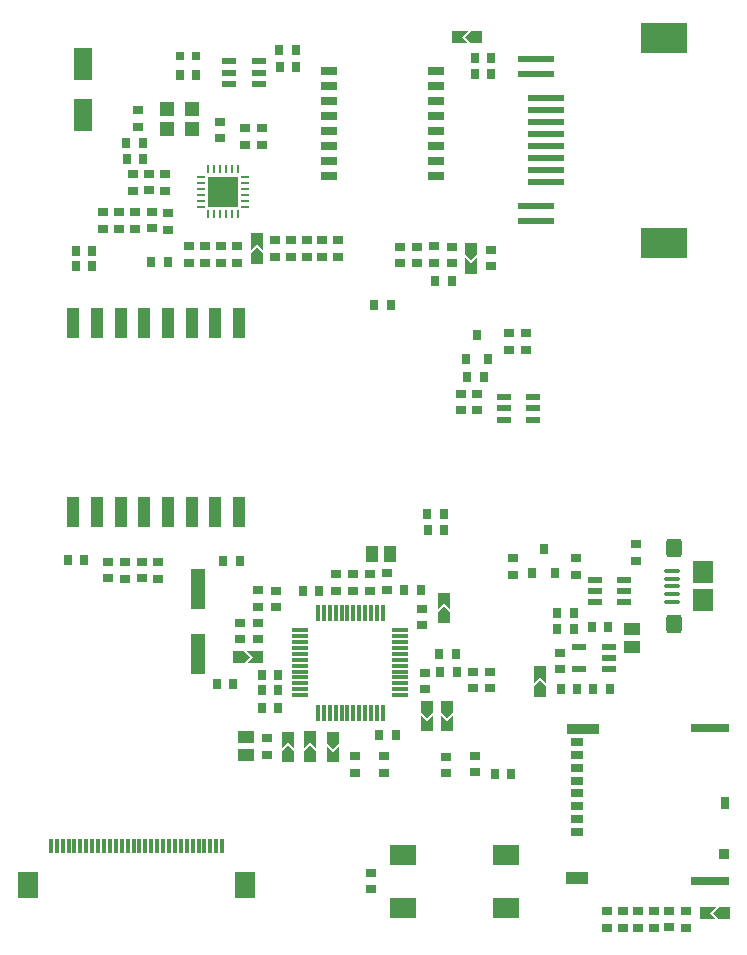
<source format=gtp>
G04*
G04 #@! TF.GenerationSoftware,Altium Limited,Altium Designer,20.1.11 (218)*
G04*
G04 Layer_Color=8421504*
%FSLAX24Y24*%
%MOIN*%
G70*
G04*
G04 #@! TF.SameCoordinates,FE305F3D-5073-4B85-8CB4-D00664FC1F7A*
G04*
G04*
G04 #@! TF.FilePolarity,Positive*
G04*
G01*
G75*
%ADD14R,0.0354X0.0315*%
%ADD15R,0.0472X0.0236*%
%ADD16R,0.0300X0.0300*%
%ADD17R,0.0512X0.0512*%
%ADD18R,0.0630X0.1102*%
%ADD19R,0.0315X0.0354*%
%ADD20R,0.0400X0.0320*%
%ADD21R,0.0320X0.0400*%
%ADD22R,0.0315X0.0354*%
%ADD23R,0.0551X0.0433*%
%ADD24R,0.0453X0.0236*%
%ADD25R,0.0906X0.0709*%
%ADD26R,0.1535X0.0984*%
%ADD27R,0.1201X0.0240*%
%ADD28R,0.0433X0.1024*%
%ADD29R,0.0551X0.0252*%
%ADD30R,0.0433X0.0551*%
%ADD31R,0.0472X0.1378*%
%ADD32R,0.0581X0.0118*%
%ADD33R,0.0118X0.0581*%
%ADD34R,0.0433X0.0276*%
%ADD35R,0.0720X0.0449*%
%ADD36R,0.1102X0.0339*%
%ADD37R,0.1311X0.0276*%
%ADD38R,0.0366X0.0354*%
%ADD39R,0.0307X0.0413*%
%ADD40R,0.0118X0.0512*%
%ADD41R,0.0709X0.0866*%
%ADD42R,0.0272X0.0110*%
%ADD43R,0.0984X0.0984*%
%ADD44R,0.0110X0.0272*%
%ADD45O,0.0531X0.0157*%
%ADD46R,0.0709X0.0748*%
G04:AMPARAMS|DCode=47|XSize=63mil|YSize=55.1mil|CornerRadius=13.8mil|HoleSize=0mil|Usage=FLASHONLY|Rotation=270.000|XOffset=0mil|YOffset=0mil|HoleType=Round|Shape=RoundedRectangle|*
%AMROUNDEDRECTD47*
21,1,0.0630,0.0276,0,0,270.0*
21,1,0.0354,0.0551,0,0,270.0*
1,1,0.0276,-0.0138,-0.0177*
1,1,0.0276,-0.0138,0.0177*
1,1,0.0276,0.0138,0.0177*
1,1,0.0276,0.0138,-0.0177*
%
%ADD47ROUNDEDRECTD47*%
G36*
X33560Y21278D02*
X33360Y21478D01*
X33160Y21278D01*
Y21578D01*
X33560D01*
Y21278D01*
D02*
G37*
G36*
X32810Y21266D02*
X32610Y21466D01*
X32410Y21266D01*
Y21566D01*
X32810D01*
Y21266D01*
D02*
G37*
G36*
X34310Y21428D02*
X34110Y21228D01*
X33910Y21428D01*
Y21528D01*
X34310D01*
Y21428D01*
D02*
G37*
G36*
Y21028D02*
X33910D01*
Y21328D01*
X34110Y21128D01*
X34310Y21328D01*
Y21028D01*
D02*
G37*
G36*
X33560Y21178D02*
Y21078D01*
X33160D01*
Y21178D01*
X33360Y21378D01*
X33560Y21178D01*
D02*
G37*
G36*
X32810Y21166D02*
Y21066D01*
X32410D01*
Y21166D01*
X32610Y21366D01*
X32810Y21166D01*
D02*
G37*
G36*
X38110Y22478D02*
X37910Y22278D01*
X37710Y22478D01*
Y22578D01*
X38110D01*
Y22478D01*
D02*
G37*
G36*
X37440D02*
X37240Y22278D01*
X37040Y22478D01*
Y22578D01*
X37440D01*
Y22478D01*
D02*
G37*
G36*
X38110Y22078D02*
X37710D01*
Y22378D01*
X37910Y22178D01*
X38110Y22378D01*
Y22078D01*
D02*
G37*
G36*
X37440D02*
X37040D01*
Y22378D01*
X37240Y22178D01*
X37440Y22378D01*
Y22078D01*
D02*
G37*
G36*
X47077Y15560D02*
X46978D01*
X46778Y15760D01*
X46978Y15960D01*
X47077D01*
Y15560D01*
D02*
G37*
G36*
X46677Y15760D02*
X46877Y15560D01*
X46578D01*
Y15760D01*
Y15960D01*
X46877D01*
X46677Y15760D01*
D02*
G37*
G36*
X38010Y25903D02*
X37810Y26102D01*
X37610Y25903D01*
Y26202D01*
X38010D01*
Y25903D01*
D02*
G37*
G36*
Y25803D02*
Y25703D01*
X37610D01*
Y25803D01*
X37810Y26003D01*
X38010Y25803D01*
D02*
G37*
G36*
X31536Y24291D02*
Y24091D01*
X31236D01*
X31436Y24291D01*
X31236Y24491D01*
X31536D01*
Y24291D01*
D02*
G37*
G36*
X31336D02*
X31136Y24091D01*
X31036D01*
Y24491D01*
X31136D01*
X31336Y24291D01*
D02*
G37*
G36*
X41220Y23445D02*
X41020Y23645D01*
X40820Y23445D01*
Y23745D01*
X41220D01*
Y23445D01*
D02*
G37*
G36*
Y23345D02*
Y23245D01*
X40820D01*
Y23345D01*
X41020Y23545D01*
X41220Y23345D01*
D02*
G37*
G36*
X38830Y44760D02*
X38730D01*
X38530Y44960D01*
X38730Y45160D01*
X38830D01*
Y44760D01*
D02*
G37*
G36*
X38430Y44960D02*
X38630Y44760D01*
X38330D01*
Y44960D01*
Y45160D01*
X38630D01*
X38430Y44960D01*
D02*
G37*
G36*
X31780Y37880D02*
X31580Y38080D01*
X31380Y37880D01*
Y38180D01*
X31780D01*
Y37880D01*
D02*
G37*
G36*
Y37780D02*
Y37680D01*
X31380D01*
Y37780D01*
X31580Y37980D01*
X31780Y37780D01*
D02*
G37*
G36*
X38909Y37725D02*
X38709Y37525D01*
X38509Y37725D01*
Y37825D01*
X38909D01*
Y37725D01*
D02*
G37*
G36*
Y37325D02*
X38509D01*
Y37625D01*
X38709Y37425D01*
X38909Y37625D01*
Y37325D01*
D02*
G37*
D14*
X30360Y41590D02*
D03*
Y42141D02*
D03*
X31170Y41380D02*
D03*
Y41931D02*
D03*
X31740Y41936D02*
D03*
Y41384D02*
D03*
X27620Y41969D02*
D03*
Y42520D02*
D03*
X27465Y39849D02*
D03*
Y40400D02*
D03*
X27987Y39859D02*
D03*
Y40410D02*
D03*
X28510Y40400D02*
D03*
Y39849D02*
D03*
X28607Y38546D02*
D03*
Y39097D02*
D03*
X28085Y38586D02*
D03*
Y39137D02*
D03*
X27512Y38579D02*
D03*
Y39130D02*
D03*
X26990Y38580D02*
D03*
Y39131D02*
D03*
X26467Y38579D02*
D03*
Y39130D02*
D03*
X29320Y37441D02*
D03*
Y37993D02*
D03*
X29843Y37441D02*
D03*
Y37993D02*
D03*
X30390Y37441D02*
D03*
Y37993D02*
D03*
X30913Y37441D02*
D03*
Y37993D02*
D03*
X32197Y37639D02*
D03*
Y38190D02*
D03*
X32710Y38196D02*
D03*
Y37644D02*
D03*
X33240Y37649D02*
D03*
Y38200D02*
D03*
X33760Y37644D02*
D03*
Y38196D02*
D03*
X34280Y37644D02*
D03*
Y38196D02*
D03*
X36340Y37976D02*
D03*
Y37424D02*
D03*
X36923Y37976D02*
D03*
Y37424D02*
D03*
X37495Y37986D02*
D03*
Y37434D02*
D03*
X38068Y37976D02*
D03*
Y37424D02*
D03*
X39370Y37881D02*
D03*
Y37330D02*
D03*
X39987Y34539D02*
D03*
Y35090D02*
D03*
X40540Y34544D02*
D03*
Y35096D02*
D03*
X42210Y27591D02*
D03*
Y27040D02*
D03*
X41687Y24442D02*
D03*
Y23891D02*
D03*
X38787Y23816D02*
D03*
Y23264D02*
D03*
X39360Y23264D02*
D03*
Y23816D02*
D03*
X27740Y27470D02*
D03*
Y26919D02*
D03*
X28290Y27456D02*
D03*
Y26904D02*
D03*
X27200Y26904D02*
D03*
Y27456D02*
D03*
X26610Y26924D02*
D03*
Y27476D02*
D03*
X31910Y21590D02*
D03*
Y21039D02*
D03*
X34860Y20440D02*
D03*
Y20991D02*
D03*
X35810D02*
D03*
Y20440D02*
D03*
X37880Y20429D02*
D03*
Y20980D02*
D03*
X38850Y20454D02*
D03*
Y21006D02*
D03*
X35390Y17106D02*
D03*
Y16554D02*
D03*
X35932Y27091D02*
D03*
Y26540D02*
D03*
X35359Y26514D02*
D03*
Y27066D02*
D03*
X32210Y25966D02*
D03*
Y26517D02*
D03*
X34786Y26514D02*
D03*
Y27066D02*
D03*
X34214Y26514D02*
D03*
Y27066D02*
D03*
X31610Y26523D02*
D03*
Y25972D02*
D03*
X31610Y24887D02*
D03*
Y25439D02*
D03*
X31010Y24887D02*
D03*
Y25439D02*
D03*
X37100Y25906D02*
D03*
Y25354D02*
D03*
X37179Y23219D02*
D03*
Y23770D02*
D03*
X40130Y27039D02*
D03*
Y27590D02*
D03*
X44210Y28066D02*
D03*
Y27514D02*
D03*
X38377Y32524D02*
D03*
Y33076D02*
D03*
X38910Y32524D02*
D03*
Y33076D02*
D03*
X43770Y15284D02*
D03*
Y15836D02*
D03*
X44290Y15284D02*
D03*
Y15836D02*
D03*
X45880Y15836D02*
D03*
Y15284D02*
D03*
X44810Y15284D02*
D03*
Y15836D02*
D03*
X45323Y15289D02*
D03*
Y15840D02*
D03*
X43250Y15284D02*
D03*
Y15836D02*
D03*
D15*
X31642Y43406D02*
D03*
Y43780D02*
D03*
Y44154D02*
D03*
X30658D02*
D03*
Y43780D02*
D03*
Y43406D02*
D03*
X43822Y26126D02*
D03*
Y26500D02*
D03*
Y26874D02*
D03*
X42838D02*
D03*
Y26500D02*
D03*
Y26126D02*
D03*
X39813Y32216D02*
D03*
Y32590D02*
D03*
Y32964D02*
D03*
X40798D02*
D03*
Y32590D02*
D03*
Y32216D02*
D03*
D16*
X29565Y44330D02*
D03*
X29015D02*
D03*
D17*
X28593Y41901D02*
D03*
X29420D02*
D03*
Y42570D02*
D03*
X28593D02*
D03*
D18*
X25780Y44066D02*
D03*
Y42374D02*
D03*
D19*
X27219Y41433D02*
D03*
X27770D02*
D03*
X26096Y37330D02*
D03*
X25544D02*
D03*
X38834Y43730D02*
D03*
X39386D02*
D03*
X39389Y44253D02*
D03*
X38838D02*
D03*
X41584Y25247D02*
D03*
X42136D02*
D03*
X42734Y25312D02*
D03*
X43286D02*
D03*
X41709Y23240D02*
D03*
X42260D02*
D03*
X37816Y29080D02*
D03*
X37264D02*
D03*
X37821Y28540D02*
D03*
X37270D02*
D03*
X25279Y27520D02*
D03*
X25830D02*
D03*
X40066Y20410D02*
D03*
X39514D02*
D03*
X28054Y37470D02*
D03*
X28606D02*
D03*
X32339Y43960D02*
D03*
X32890D02*
D03*
X32329Y44550D02*
D03*
X32880D02*
D03*
X29556Y43690D02*
D03*
X29004D02*
D03*
X31734Y23710D02*
D03*
X32286D02*
D03*
Y22616D02*
D03*
X31734D02*
D03*
X32286Y23188D02*
D03*
X31734D02*
D03*
X33661Y26516D02*
D03*
X33110D02*
D03*
X36484Y26540D02*
D03*
X37036D02*
D03*
X30234Y23394D02*
D03*
X30786D02*
D03*
X30454Y27500D02*
D03*
X31006D02*
D03*
X35494Y36030D02*
D03*
X36046D02*
D03*
X26096Y37843D02*
D03*
X25544D02*
D03*
X37660Y24390D02*
D03*
X38211D02*
D03*
X37683Y23817D02*
D03*
X38235D02*
D03*
X27790Y40910D02*
D03*
X27239D02*
D03*
X43344Y23240D02*
D03*
X42793D02*
D03*
X42136Y25760D02*
D03*
X41584D02*
D03*
X36211Y21709D02*
D03*
X35660D02*
D03*
X38080Y36850D02*
D03*
X37529D02*
D03*
X38584Y33625D02*
D03*
X39136D02*
D03*
D20*
X31580Y37580D02*
D03*
Y38255D02*
D03*
X38709Y37925D02*
D03*
Y37250D02*
D03*
X37240Y22678D02*
D03*
Y22002D02*
D03*
X37910Y22678D02*
D03*
Y22002D02*
D03*
X37810Y25603D02*
D03*
Y26277D02*
D03*
X41020Y23145D02*
D03*
Y23820D02*
D03*
X33360Y20978D02*
D03*
Y21653D02*
D03*
X32610Y20966D02*
D03*
Y21641D02*
D03*
X34110Y21628D02*
D03*
Y20952D02*
D03*
D21*
X38255Y44960D02*
D03*
X38930D02*
D03*
X31611Y24291D02*
D03*
X30936D02*
D03*
X46502Y15760D02*
D03*
X47178D02*
D03*
D22*
X38536Y34246D02*
D03*
X39284D02*
D03*
X38910Y35034D02*
D03*
X41136Y27887D02*
D03*
X41510Y27100D02*
D03*
X40762D02*
D03*
D23*
X44085Y24645D02*
D03*
Y25235D02*
D03*
X31210Y21040D02*
D03*
Y21631D02*
D03*
D24*
X43315Y23891D02*
D03*
Y24265D02*
D03*
Y24639D02*
D03*
X42331D02*
D03*
Y23891D02*
D03*
D25*
X39873Y17716D02*
D03*
X36467D02*
D03*
Y15944D02*
D03*
X39873D02*
D03*
D26*
X45147Y44943D02*
D03*
Y38117D02*
D03*
D27*
X40895Y43727D02*
D03*
Y44227D02*
D03*
Y38833D02*
D03*
Y39333D02*
D03*
X41210Y40130D02*
D03*
Y40530D02*
D03*
Y40930D02*
D03*
Y41330D02*
D03*
Y41730D02*
D03*
Y42130D02*
D03*
Y42530D02*
D03*
Y42930D02*
D03*
D28*
X30978Y35450D02*
D03*
X30191D02*
D03*
X29403D02*
D03*
X28616D02*
D03*
X27828D02*
D03*
X27041D02*
D03*
X26254D02*
D03*
X25466D02*
D03*
Y29150D02*
D03*
X26254D02*
D03*
X27041D02*
D03*
X27828D02*
D03*
X28616D02*
D03*
X29403D02*
D03*
X30191D02*
D03*
X30978D02*
D03*
D29*
X37546Y40350D02*
D03*
Y40850D02*
D03*
Y41350D02*
D03*
Y41850D02*
D03*
Y42350D02*
D03*
Y42850D02*
D03*
Y43350D02*
D03*
Y43850D02*
D03*
X33994Y40350D02*
D03*
Y40850D02*
D03*
Y41350D02*
D03*
Y41850D02*
D03*
Y42350D02*
D03*
Y42850D02*
D03*
Y43350D02*
D03*
Y43850D02*
D03*
D30*
X36005Y27742D02*
D03*
X35415D02*
D03*
D31*
X29610Y24399D02*
D03*
Y26564D02*
D03*
D32*
X33028Y25195D02*
D03*
Y24998D02*
D03*
Y24801D02*
D03*
Y24604D02*
D03*
Y24408D02*
D03*
Y24211D02*
D03*
Y24014D02*
D03*
Y23817D02*
D03*
Y23620D02*
D03*
Y23423D02*
D03*
Y23227D02*
D03*
Y23030D02*
D03*
X36365D02*
D03*
Y23227D02*
D03*
Y23423D02*
D03*
Y23620D02*
D03*
Y23817D02*
D03*
Y24014D02*
D03*
Y24211D02*
D03*
Y24408D02*
D03*
Y24604D02*
D03*
Y24801D02*
D03*
Y24998D02*
D03*
Y25195D02*
D03*
D33*
X33614Y22444D02*
D03*
X33811D02*
D03*
X34008D02*
D03*
X34205D02*
D03*
X34401D02*
D03*
X34598D02*
D03*
X34795D02*
D03*
X34992D02*
D03*
X35189D02*
D03*
X35386D02*
D03*
X35583D02*
D03*
X35779D02*
D03*
Y25781D02*
D03*
X35583D02*
D03*
X35386D02*
D03*
X35189D02*
D03*
X34992D02*
D03*
X34795D02*
D03*
X34598D02*
D03*
X34401D02*
D03*
X34205D02*
D03*
X34008D02*
D03*
X33811D02*
D03*
X33614D02*
D03*
D34*
X42249Y18453D02*
D03*
Y18886D02*
D03*
Y19319D02*
D03*
Y19752D02*
D03*
Y20185D02*
D03*
Y20618D02*
D03*
Y21051D02*
D03*
Y21484D02*
D03*
D35*
X42255Y16925D02*
D03*
D36*
X42446Y21910D02*
D03*
D37*
X46684Y21941D02*
D03*
Y16839D02*
D03*
D38*
X47157Y17748D02*
D03*
D39*
X47186Y19427D02*
D03*
D40*
X30422Y17994D02*
D03*
X30225D02*
D03*
X30028D02*
D03*
X29831D02*
D03*
X29634D02*
D03*
X29437D02*
D03*
X29241D02*
D03*
X29044D02*
D03*
X28847D02*
D03*
X28650D02*
D03*
X28453D02*
D03*
X28256D02*
D03*
X28059D02*
D03*
X27863D02*
D03*
X27666D02*
D03*
X27469D02*
D03*
X27272D02*
D03*
X27075D02*
D03*
X26878D02*
D03*
X26681D02*
D03*
X26485D02*
D03*
X26288D02*
D03*
X26091D02*
D03*
X25894D02*
D03*
X25697D02*
D03*
X25500D02*
D03*
X25304D02*
D03*
X25107D02*
D03*
X24910D02*
D03*
X24713D02*
D03*
D41*
X31170Y16714D02*
D03*
X23965D02*
D03*
D42*
X31198Y39515D02*
D03*
Y39712D02*
D03*
Y40302D02*
D03*
Y40105D02*
D03*
Y39908D02*
D03*
Y39318D02*
D03*
X29702D02*
D03*
Y39515D02*
D03*
Y39712D02*
D03*
Y39908D02*
D03*
Y40105D02*
D03*
Y40302D02*
D03*
D43*
X30450Y39810D02*
D03*
D44*
X30942Y39062D02*
D03*
X30745D02*
D03*
X30548D02*
D03*
X30352D02*
D03*
X30155D02*
D03*
X29958D02*
D03*
Y40558D02*
D03*
X30155D02*
D03*
X30352D02*
D03*
X30548D02*
D03*
X30745D02*
D03*
X30942D02*
D03*
D45*
X45407Y26918D02*
D03*
Y27174D02*
D03*
Y26151D02*
D03*
Y26407D02*
D03*
Y26662D02*
D03*
D46*
X46460Y26190D02*
D03*
Y27135D02*
D03*
D47*
X45495Y25403D02*
D03*
Y27922D02*
D03*
M02*

</source>
